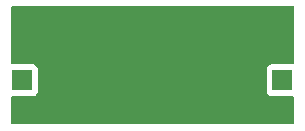
<source format=gbr>
%TF.GenerationSoftware,KiCad,Pcbnew,9.0.1*%
%TF.CreationDate,2025-10-27T18:33:51+04:00*%
%TF.ProjectId,AMS1117-3v3,414d5331-3131-4372-9d33-76332e6b6963,rev?*%
%TF.SameCoordinates,Original*%
%TF.FileFunction,Copper,L2,Bot*%
%TF.FilePolarity,Positive*%
%FSLAX46Y46*%
G04 Gerber Fmt 4.6, Leading zero omitted, Abs format (unit mm)*
G04 Created by KiCad (PCBNEW 9.0.1) date 2025-10-27 18:33:51*
%MOMM*%
%LPD*%
G01*
G04 APERTURE LIST*
%TA.AperFunction,ComponentPad*%
%ADD10R,1.700000X1.700000*%
%TD*%
%TA.AperFunction,ComponentPad*%
%ADD11C,1.700000*%
%TD*%
%TA.AperFunction,ViaPad*%
%ADD12C,0.600000*%
%TD*%
G04 APERTURE END LIST*
D10*
%TO.P,J1,1,Pin_1*%
%TO.N,+5V*%
X145500000Y-95775000D03*
D11*
%TO.P,J1,2,Pin_2*%
%TO.N,GND*%
X145500000Y-93235000D03*
%TD*%
D10*
%TO.P,J2,1,Pin_1*%
%TO.N,+3.3V*%
X123450000Y-95775000D03*
D11*
%TO.P,J2,2,Pin_2*%
%TO.N,GND*%
X123450000Y-93235000D03*
%TD*%
D12*
%TO.N,GND*%
X129225000Y-97525000D03*
%TD*%
%TA.AperFunction,Conductor*%
%TO.N,GND*%
G36*
X146442539Y-89520185D02*
G01*
X146488294Y-89572989D01*
X146499500Y-89624500D01*
X146499500Y-94300500D01*
X146479815Y-94367539D01*
X146427011Y-94413294D01*
X146375500Y-94424500D01*
X144602129Y-94424500D01*
X144602123Y-94424501D01*
X144542516Y-94430908D01*
X144407671Y-94481202D01*
X144407664Y-94481206D01*
X144292455Y-94567452D01*
X144292452Y-94567455D01*
X144206206Y-94682664D01*
X144206202Y-94682671D01*
X144155908Y-94817517D01*
X144149501Y-94877116D01*
X144149501Y-94877123D01*
X144149500Y-94877135D01*
X144149500Y-96672870D01*
X144149501Y-96672876D01*
X144155908Y-96732483D01*
X144206202Y-96867328D01*
X144206206Y-96867335D01*
X144292452Y-96982544D01*
X144292455Y-96982547D01*
X144407664Y-97068793D01*
X144407671Y-97068797D01*
X144542517Y-97119091D01*
X144542516Y-97119091D01*
X144549444Y-97119835D01*
X144602127Y-97125500D01*
X146375500Y-97125499D01*
X146442539Y-97145184D01*
X146488294Y-97197987D01*
X146499500Y-97249499D01*
X146499500Y-99375500D01*
X146479815Y-99442539D01*
X146427011Y-99488294D01*
X146375500Y-99499500D01*
X122624500Y-99499500D01*
X122557461Y-99479815D01*
X122511706Y-99427011D01*
X122500500Y-99375500D01*
X122500500Y-97249499D01*
X122520185Y-97182460D01*
X122572989Y-97136705D01*
X122624495Y-97125499D01*
X124347872Y-97125499D01*
X124407483Y-97119091D01*
X124542331Y-97068796D01*
X124657546Y-96982546D01*
X124743796Y-96867331D01*
X124794091Y-96732483D01*
X124800500Y-96672873D01*
X124800499Y-94877128D01*
X124794091Y-94817517D01*
X124743796Y-94682669D01*
X124743795Y-94682668D01*
X124743793Y-94682664D01*
X124657547Y-94567455D01*
X124657544Y-94567452D01*
X124542335Y-94481206D01*
X124542328Y-94481202D01*
X124407482Y-94430908D01*
X124407483Y-94430908D01*
X124347883Y-94424501D01*
X124347881Y-94424500D01*
X124347873Y-94424500D01*
X124347865Y-94424500D01*
X122624500Y-94424500D01*
X122557461Y-94404815D01*
X122511706Y-94352011D01*
X122500500Y-94300500D01*
X122500500Y-89624500D01*
X122520185Y-89557461D01*
X122572989Y-89511706D01*
X122624500Y-89500500D01*
X146375500Y-89500500D01*
X146442539Y-89520185D01*
G37*
%TD.AperFunction*%
%TD*%
M02*

</source>
